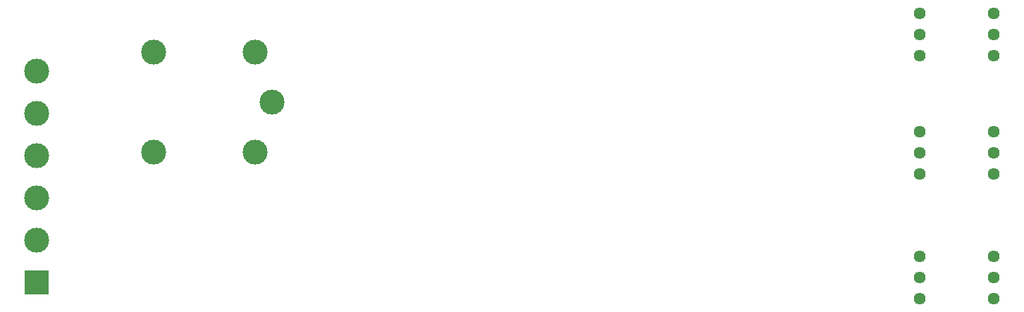
<source format=gbr>
%TF.GenerationSoftware,KiCad,Pcbnew,7.0.10*%
%TF.CreationDate,2024-04-03T19:17:27+05:30*%
%TF.ProjectId,BSPD,42535044-2e6b-4696-9361-645f70636258,rev?*%
%TF.SameCoordinates,Original*%
%TF.FileFunction,Soldermask,Bot*%
%TF.FilePolarity,Negative*%
%FSLAX46Y46*%
G04 Gerber Fmt 4.6, Leading zero omitted, Abs format (unit mm)*
G04 Created by KiCad (PCBNEW 7.0.10) date 2024-04-03 19:17:27*
%MOMM*%
%LPD*%
G01*
G04 APERTURE LIST*
%ADD10C,1.440000*%
%ADD11C,3.000000*%
%ADD12R,3.000000X3.000000*%
G04 APERTURE END LIST*
D10*
%TO.C,RV6*%
X125730000Y-43190000D03*
X125730000Y-40650000D03*
X125730000Y-38110000D03*
%TD*%
%TO.C,RV5*%
X134620000Y-43180000D03*
X134620000Y-40640000D03*
X134620000Y-38100000D03*
%TD*%
D11*
%TO.C,K3*%
X47928000Y-48768000D03*
X33728000Y-54768000D03*
X33728000Y-42768000D03*
X45928000Y-42768000D03*
X45928000Y-54768000D03*
%TD*%
D10*
%TO.C,brake_upper_trig1*%
X125730000Y-67320000D03*
X125730000Y-69860000D03*
X125730000Y-72400000D03*
%TD*%
%TO.C,brake_lower_trigger1*%
X134620000Y-72390000D03*
X134620000Y-69850000D03*
X134620000Y-67310000D03*
%TD*%
%TO.C,acc_upper_trig1*%
X125730000Y-57414000D03*
X125730000Y-54874000D03*
X125730000Y-52334000D03*
%TD*%
%TO.C,acc_lower_trig1*%
X134620000Y-57414000D03*
X134620000Y-54874000D03*
X134620000Y-52334000D03*
%TD*%
D12*
%TO.C,J1*%
X19685000Y-70485000D03*
D11*
X19685000Y-65405000D03*
X19685000Y-60325000D03*
X19685000Y-55245000D03*
X19685000Y-50165000D03*
X19685000Y-45085000D03*
%TD*%
M02*

</source>
